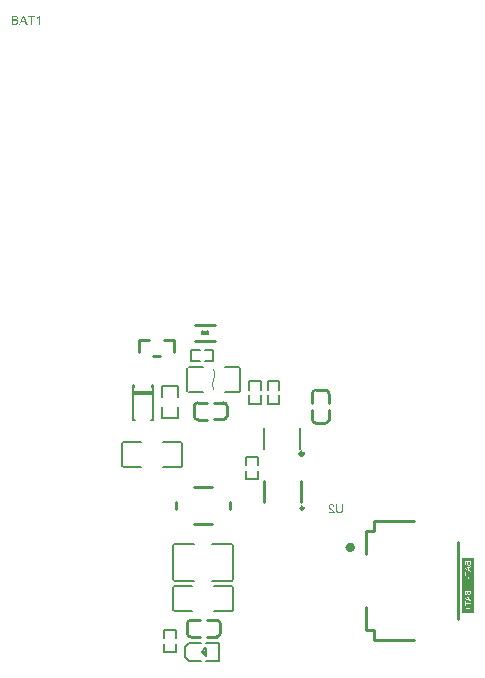
<source format=gbo>
G04*
G04 #@! TF.GenerationSoftware,Altium Limited,Altium Designer,24.2.2 (26)*
G04*
G04 Layer_Color=32896*
%FSLAX44Y44*%
%MOMM*%
G71*
G04*
G04 #@! TF.SameCoordinates,FA43C0E3-4D26-4613-8E19-43AB185FC845*
G04*
G04*
G04 #@! TF.FilePolarity,Positive*
G04*
G01*
G75*
%ADD10C,0.2540*%
%ADD49C,0.4000*%
%ADD50C,0.1524*%
%ADD51C,0.0762*%
%ADD52C,0.3000*%
%ADD53C,0.1520*%
%ADD54C,0.1540*%
%ADD55C,0.1500*%
G36*
X339449Y816055D02*
X338506D01*
Y822060D01*
X338495Y822049D01*
X338439Y822004D01*
X338373Y821938D01*
X338262Y821860D01*
X338139Y821760D01*
X337984Y821649D01*
X337807Y821527D01*
X337607Y821405D01*
X337596D01*
X337584Y821394D01*
X337518Y821349D01*
X337407Y821294D01*
X337274Y821227D01*
X337118Y821150D01*
X336952Y821072D01*
X336785Y820994D01*
X336619Y820928D01*
Y821838D01*
X336630D01*
X336652Y821860D01*
X336697Y821871D01*
X336752Y821904D01*
X336819Y821938D01*
X336896Y821982D01*
X337085Y822093D01*
X337307Y822215D01*
X337529Y822371D01*
X337762Y822548D01*
X337995Y822737D01*
X338006Y822748D01*
X338017Y822759D01*
X338051Y822792D01*
X338095Y822826D01*
X338195Y822937D01*
X338328Y823070D01*
X338461Y823225D01*
X338606Y823403D01*
X338728Y823580D01*
X338839Y823769D01*
X339449D01*
Y816055D01*
D02*
G37*
G36*
X335231Y822826D02*
X332701D01*
Y816055D01*
X331679D01*
Y822826D01*
X329149D01*
Y823736D01*
X335231D01*
Y822826D01*
D02*
G37*
G36*
X328904Y816055D02*
X327750D01*
X326851Y818386D01*
X323632D01*
X322800Y816055D01*
X321723D01*
X324653Y823736D01*
X325763D01*
X328904Y816055D01*
D02*
G37*
G36*
X318460Y823725D02*
X318548D01*
X318748Y823703D01*
X318970Y823680D01*
X319203Y823636D01*
X319436Y823580D01*
X319647Y823503D01*
X319658D01*
X319669Y823492D01*
X319736Y823458D01*
X319836Y823403D01*
X319947Y823325D01*
X320080Y823225D01*
X320224Y823103D01*
X320358Y822948D01*
X320480Y822781D01*
X320491Y822759D01*
X320524Y822692D01*
X320580Y822604D01*
X320635Y822470D01*
X320691Y822315D01*
X320746Y822149D01*
X320779Y821960D01*
X320790Y821771D01*
Y821749D01*
Y821693D01*
X320779Y821594D01*
X320757Y821471D01*
X320724Y821327D01*
X320668Y821172D01*
X320602Y821016D01*
X320513Y820850D01*
X320502Y820828D01*
X320469Y820783D01*
X320402Y820695D01*
X320313Y820606D01*
X320202Y820495D01*
X320069Y820373D01*
X319902Y820262D01*
X319714Y820151D01*
X319725D01*
X319747Y820140D01*
X319780Y820128D01*
X319825Y820106D01*
X319958Y820062D01*
X320113Y819984D01*
X320280Y819884D01*
X320469Y819762D01*
X320635Y819618D01*
X320790Y819440D01*
X320802Y819418D01*
X320846Y819352D01*
X320913Y819252D01*
X320979Y819118D01*
X321046Y818941D01*
X321112Y818752D01*
X321157Y818530D01*
X321168Y818286D01*
Y818275D01*
Y818264D01*
Y818197D01*
X321157Y818086D01*
X321135Y817953D01*
X321112Y817797D01*
X321068Y817631D01*
X321012Y817453D01*
X320935Y817276D01*
X320924Y817254D01*
X320890Y817198D01*
X320846Y817120D01*
X320779Y817009D01*
X320691Y816898D01*
X320602Y816776D01*
X320491Y816654D01*
X320369Y816554D01*
X320358Y816543D01*
X320313Y816510D01*
X320235Y816466D01*
X320136Y816421D01*
X320014Y816355D01*
X319869Y816288D01*
X319714Y816232D01*
X319525Y816177D01*
X319503D01*
X319436Y816155D01*
X319325Y816144D01*
X319181Y816121D01*
X319004Y816099D01*
X318793Y816077D01*
X318559Y816066D01*
X318293Y816055D01*
X315363D01*
Y823736D01*
X318382D01*
X318460Y823725D01*
D02*
G37*
G36*
X706628Y317877D02*
X696679D01*
Y364236D01*
X706628D01*
Y317877D01*
D02*
G37*
G36*
X586448Y410293D02*
X586637Y410282D01*
X586814Y410249D01*
X586981Y410216D01*
X587136Y410171D01*
X587280Y410127D01*
X587414Y410071D01*
X587536Y410016D01*
X587647Y409960D01*
X587735Y409905D01*
X587813Y409860D01*
X587880Y409816D01*
X587935Y409783D01*
X587968Y409749D01*
X587991Y409738D01*
X588002Y409727D01*
X588113Y409616D01*
X588213Y409494D01*
X588313Y409361D01*
X588390Y409228D01*
X588523Y408961D01*
X588612Y408695D01*
X588646Y408573D01*
X588679Y408451D01*
X588701Y408351D01*
X588723Y408262D01*
X588734Y408184D01*
Y408129D01*
X588745Y408096D01*
Y408084D01*
X587780Y407985D01*
X587758Y408240D01*
X587713Y408462D01*
X587647Y408662D01*
X587569Y408817D01*
X587502Y408950D01*
X587436Y409039D01*
X587391Y409095D01*
X587369Y409117D01*
X587203Y409250D01*
X587025Y409350D01*
X586836Y409427D01*
X586670Y409472D01*
X586515Y409505D01*
X586381Y409516D01*
X586337Y409527D01*
X586270D01*
X586037Y409516D01*
X585826Y409472D01*
X585649Y409405D01*
X585493Y409339D01*
X585371Y409261D01*
X585294Y409206D01*
X585238Y409161D01*
X585216Y409139D01*
X585083Y408983D01*
X584983Y408828D01*
X584905Y408673D01*
X584861Y408517D01*
X584827Y408395D01*
X584816Y408284D01*
X584805Y408218D01*
Y408206D01*
Y408195D01*
X584827Y407996D01*
X584872Y407785D01*
X584949Y407596D01*
X585027Y407418D01*
X585116Y407274D01*
X585194Y407152D01*
X585216Y407108D01*
X585238Y407074D01*
X585260Y407063D01*
Y407052D01*
X585349Y406930D01*
X585460Y406808D01*
X585582Y406675D01*
X585715Y406541D01*
X585993Y406275D01*
X586270Y406009D01*
X586415Y405887D01*
X586537Y405776D01*
X586659Y405676D01*
X586759Y405587D01*
X586836Y405520D01*
X586903Y405465D01*
X586947Y405432D01*
X586959Y405420D01*
X587236Y405187D01*
X587491Y404965D01*
X587702Y404766D01*
X587869Y404599D01*
X588013Y404455D01*
X588113Y404355D01*
X588168Y404288D01*
X588190Y404277D01*
Y404266D01*
X588346Y404077D01*
X588468Y403900D01*
X588579Y403722D01*
X588668Y403567D01*
X588734Y403434D01*
X588779Y403334D01*
X588801Y403267D01*
X588812Y403256D01*
Y403245D01*
X588857Y403123D01*
X588879Y403012D01*
X588901Y402901D01*
X588912Y402801D01*
X588923Y402712D01*
Y402645D01*
Y402601D01*
Y402590D01*
X583828D01*
Y403500D01*
X587613D01*
X587480Y403689D01*
X587414Y403767D01*
X587358Y403844D01*
X587303Y403911D01*
X587258Y403955D01*
X587225Y403989D01*
X587214Y404000D01*
X587158Y404055D01*
X587092Y404111D01*
X586936Y404255D01*
X586759Y404422D01*
X586570Y404588D01*
X586392Y404732D01*
X586315Y404799D01*
X586248Y404865D01*
X586193Y404910D01*
X586148Y404943D01*
X586126Y404965D01*
X586115Y404977D01*
X585937Y405132D01*
X585760Y405276D01*
X585604Y405420D01*
X585460Y405542D01*
X585327Y405665D01*
X585216Y405776D01*
X585105Y405876D01*
X585016Y405964D01*
X584927Y406053D01*
X584861Y406120D01*
X584805Y406175D01*
X584750Y406231D01*
X584694Y406297D01*
X584672Y406320D01*
X584516Y406508D01*
X584383Y406675D01*
X584272Y406841D01*
X584184Y406974D01*
X584117Y407096D01*
X584072Y407185D01*
X584050Y407241D01*
X584039Y407263D01*
X583973Y407430D01*
X583928Y407596D01*
X583884Y407751D01*
X583862Y407885D01*
X583851Y408007D01*
X583839Y408096D01*
Y408151D01*
Y408173D01*
X583851Y408340D01*
X583873Y408495D01*
X583895Y408651D01*
X583939Y408784D01*
X584050Y409050D01*
X584161Y409261D01*
X584228Y409361D01*
X584283Y409439D01*
X584339Y409516D01*
X584394Y409572D01*
X584439Y409616D01*
X584461Y409661D01*
X584483Y409672D01*
X584494Y409683D01*
X584616Y409794D01*
X584750Y409894D01*
X584894Y409971D01*
X585038Y410038D01*
X585327Y410149D01*
X585615Y410227D01*
X585737Y410249D01*
X585860Y410271D01*
X585971Y410282D01*
X586059Y410293D01*
X586137Y410304D01*
X586248D01*
X586448Y410293D01*
D02*
G37*
G36*
X596138Y405831D02*
Y405609D01*
X596127Y405398D01*
X596116Y405199D01*
X596094Y405010D01*
X596071Y404843D01*
X596049Y404688D01*
X596016Y404544D01*
X595994Y404410D01*
X595971Y404288D01*
X595938Y404188D01*
X595916Y404100D01*
X595894Y404033D01*
X595872Y403978D01*
X595860Y403933D01*
X595849Y403911D01*
Y403900D01*
X595727Y403656D01*
X595572Y403434D01*
X595416Y403256D01*
X595250Y403101D01*
X595106Y402979D01*
X594984Y402890D01*
X594939Y402868D01*
X594906Y402845D01*
X594884Y402823D01*
X594873D01*
X594595Y402701D01*
X594306Y402612D01*
X594007Y402546D01*
X593729Y402501D01*
X593607Y402490D01*
X593485Y402479D01*
X593374Y402468D01*
X593285D01*
X593208Y402457D01*
X593108D01*
X592708Y402479D01*
X592531Y402501D01*
X592364Y402523D01*
X592198Y402557D01*
X592053Y402590D01*
X591920Y402623D01*
X591798Y402668D01*
X591687Y402712D01*
X591598Y402745D01*
X591509Y402779D01*
X591443Y402812D01*
X591387Y402845D01*
X591354Y402856D01*
X591332Y402879D01*
X591321D01*
X591077Y403045D01*
X590877Y403234D01*
X590721Y403411D01*
X590588Y403589D01*
X590488Y403744D01*
X590422Y403867D01*
X590399Y403911D01*
X590377Y403944D01*
X590366Y403966D01*
Y403978D01*
X590322Y404111D01*
X590277Y404255D01*
X590211Y404555D01*
X590166Y404865D01*
X590133Y405165D01*
X590122Y405298D01*
X590111Y405432D01*
Y405542D01*
X590100Y405642D01*
Y405720D01*
Y405776D01*
Y405820D01*
Y405831D01*
Y410271D01*
X591121D01*
Y405831D01*
Y405576D01*
X591143Y405332D01*
X591165Y405121D01*
X591199Y404921D01*
X591232Y404743D01*
X591276Y404577D01*
X591310Y404433D01*
X591354Y404310D01*
X591398Y404211D01*
X591443Y404111D01*
X591487Y404044D01*
X591521Y403978D01*
X591554Y403933D01*
X591576Y403900D01*
X591587Y403889D01*
X591598Y403878D01*
X591698Y403789D01*
X591809Y403711D01*
X592053Y403589D01*
X592309Y403500D01*
X592575Y403445D01*
X592819Y403400D01*
X592919Y403389D01*
X593019D01*
X593086Y403378D01*
X593197D01*
X593430Y403389D01*
X593641Y403423D01*
X593840Y403456D01*
X593996Y403511D01*
X594129Y403556D01*
X594229Y403589D01*
X594284Y403622D01*
X594306Y403633D01*
X594462Y403733D01*
X594595Y403855D01*
X594706Y403978D01*
X594784Y404089D01*
X594850Y404199D01*
X594906Y404277D01*
X594928Y404333D01*
X594939Y404355D01*
X594972Y404455D01*
X594995Y404555D01*
X595039Y404788D01*
X595072Y405032D01*
X595095Y405276D01*
X595106Y405487D01*
Y405587D01*
X595117Y405665D01*
Y405731D01*
Y405787D01*
Y405820D01*
Y405831D01*
Y410271D01*
X596138D01*
Y405831D01*
D02*
G37*
%LPC*%
G36*
X325186Y822937D02*
Y822926D01*
X325175Y822903D01*
Y822859D01*
X325153Y822815D01*
X325142Y822737D01*
X325119Y822659D01*
X325075Y822470D01*
X325019Y822249D01*
X324942Y822004D01*
X324864Y821738D01*
X324764Y821460D01*
X323932Y819218D01*
X326529D01*
X325730Y821327D01*
Y821338D01*
X325719Y821372D01*
X325697Y821427D01*
X325674Y821494D01*
X325641Y821571D01*
X325608Y821671D01*
X325574Y821782D01*
X325530Y821893D01*
X325441Y822149D01*
X325353Y822415D01*
X325264Y822681D01*
X325186Y822937D01*
D02*
G37*
G36*
X318204Y822826D02*
X316384D01*
Y820517D01*
X318271D01*
X318415Y820528D01*
X318571Y820539D01*
X318726Y820550D01*
X318881Y820573D01*
X319004Y820595D01*
X319026Y820606D01*
X319070Y820617D01*
X319137Y820650D01*
X319225Y820695D01*
X319314Y820739D01*
X319414Y820806D01*
X319514Y820894D01*
X319592Y820983D01*
X319603Y820994D01*
X319625Y821028D01*
X319658Y821094D01*
X319692Y821172D01*
X319725Y821261D01*
X319758Y821372D01*
X319780Y821505D01*
X319792Y821649D01*
Y821671D01*
Y821716D01*
X319780Y821782D01*
X319769Y821871D01*
X319747Y821982D01*
X319714Y822093D01*
X319669Y822204D01*
X319603Y822315D01*
X319592Y822326D01*
X319569Y822359D01*
X319525Y822415D01*
X319470Y822470D01*
X319392Y822537D01*
X319303Y822604D01*
X319192Y822670D01*
X319070Y822715D01*
X319059D01*
X319004Y822737D01*
X318926Y822748D01*
X318804Y822770D01*
X318637Y822792D01*
X318449Y822803D01*
X318204Y822826D01*
D02*
G37*
G36*
X318404Y819607D02*
X316384D01*
Y816965D01*
X318571D01*
X318804Y816976D01*
X318904Y816987D01*
X318992Y816998D01*
X319004D01*
X319048Y817009D01*
X319114Y817020D01*
X319192Y817043D01*
X319381Y817109D01*
X319569Y817198D01*
X319581Y817209D01*
X319614Y817231D01*
X319658Y817265D01*
X319714Y817309D01*
X319769Y817376D01*
X319847Y817442D01*
X319902Y817531D01*
X319969Y817631D01*
X319980Y817642D01*
X319991Y817675D01*
X320014Y817742D01*
X320047Y817820D01*
X320080Y817908D01*
X320102Y818019D01*
X320113Y818153D01*
X320125Y818286D01*
Y818308D01*
Y818353D01*
X320113Y818441D01*
X320091Y818541D01*
X320069Y818652D01*
X320025Y818774D01*
X319969Y818896D01*
X319891Y819018D01*
X319880Y819030D01*
X319847Y819074D01*
X319803Y819129D01*
X319736Y819196D01*
X319647Y819274D01*
X319536Y819352D01*
X319414Y819418D01*
X319270Y819474D01*
X319248Y819485D01*
X319203Y819496D01*
X319103Y819518D01*
X318981Y819540D01*
X318826Y819562D01*
X318637Y819585D01*
X318404Y819607D01*
D02*
G37*
G36*
X704088Y361696D02*
X699219D01*
Y359782D01*
X699226Y359733D01*
Y359677D01*
X699240Y359550D01*
X699254Y359409D01*
X699283Y359262D01*
X699318Y359114D01*
X699367Y358980D01*
Y358973D01*
X699374Y358966D01*
X699395Y358924D01*
X699430Y358861D01*
X699480Y358790D01*
X699543Y358706D01*
X699620Y358614D01*
X699719Y358530D01*
X699824Y358452D01*
X699838Y358446D01*
X699881Y358424D01*
X699937Y358389D01*
X700021Y358354D01*
X700120Y358319D01*
X700225Y358284D01*
X700345Y358262D01*
X700465Y358256D01*
X700479D01*
X700514D01*
X700577Y358262D01*
X700655Y358277D01*
X700746Y358298D01*
X700844Y358333D01*
X700943Y358375D01*
X701049Y358431D01*
X701063Y358438D01*
X701091Y358460D01*
X701147Y358502D01*
X701203Y358558D01*
X701274Y358628D01*
X701351Y358713D01*
X701421Y358818D01*
X701492Y358938D01*
Y358931D01*
X701499Y358917D01*
X701506Y358896D01*
X701520Y358868D01*
X701548Y358783D01*
X701597Y358685D01*
X701661Y358579D01*
X701738Y358460D01*
X701830Y358354D01*
X701942Y358256D01*
X701956Y358248D01*
X701998Y358220D01*
X702062Y358178D01*
X702146Y358136D01*
X702259Y358094D01*
X702378Y358051D01*
X702519Y358023D01*
X702674Y358016D01*
X699219D01*
X702730D01*
X702800Y358023D01*
X702885Y358037D01*
X702983Y358051D01*
X703089Y358080D01*
X703202Y358115D01*
X703314Y358164D01*
X703328Y358171D01*
X703363Y358192D01*
X703413Y358220D01*
X703483Y358262D01*
X703553Y358319D01*
X703631Y358375D01*
X703708Y358446D01*
X703771Y358523D01*
X703778Y358530D01*
X703800Y358558D01*
X703828Y358607D01*
X703856Y358671D01*
X703898Y358748D01*
X703940Y358839D01*
X703975Y358938D01*
X704011Y359058D01*
Y359072D01*
X704025Y359114D01*
X704032Y359184D01*
X704046Y359276D01*
X704060Y359388D01*
X704074Y359522D01*
X704081Y359670D01*
X704088Y359838D01*
Y358016D01*
D01*
Y361696D01*
D02*
G37*
G36*
Y357664D02*
D01*
X699219Y355807D01*
Y355103D01*
X704088Y353112D01*
Y353844D01*
X702610Y354414D01*
Y356454D01*
X704088Y356982D01*
Y357664D01*
D02*
G37*
G36*
Y352957D02*
Y351353D01*
X699796D01*
Y352957D01*
X699219D01*
Y349102D01*
X704088D01*
Y352957D01*
D02*
G37*
G36*
X702625Y348750D02*
X702027D01*
Y346900D01*
X702625D01*
Y348750D01*
D02*
G37*
G36*
X704088Y336733D02*
X699219D01*
Y333053D01*
Y334819D01*
X699226Y334770D01*
Y334714D01*
X699240Y334587D01*
X699254Y334446D01*
X699283Y334299D01*
X699318Y334151D01*
X699367Y334017D01*
Y334010D01*
X699374Y334003D01*
X699395Y333961D01*
X699430Y333898D01*
X699480Y333827D01*
X699543Y333743D01*
X699620Y333651D01*
X699719Y333567D01*
X699824Y333489D01*
X699838Y333482D01*
X699881Y333461D01*
X699937Y333426D01*
X700021Y333391D01*
X700120Y333356D01*
X700225Y333321D01*
X700345Y333299D01*
X700465Y333293D01*
X700479D01*
X700514D01*
X700577Y333299D01*
X700655Y333314D01*
X700746Y333335D01*
X700844Y333370D01*
X700943Y333412D01*
X701049Y333468D01*
X701063Y333475D01*
X701091Y333497D01*
X701147Y333539D01*
X701203Y333595D01*
X701274Y333665D01*
X701351Y333750D01*
X701421Y333855D01*
X701492Y333975D01*
Y333968D01*
X701499Y333954D01*
X701506Y333933D01*
X701520Y333905D01*
X701548Y333820D01*
X701597Y333722D01*
X701661Y333616D01*
X701738Y333497D01*
X701830Y333391D01*
X701942Y333293D01*
X701956Y333285D01*
X701998Y333257D01*
X702062Y333215D01*
X702146Y333173D01*
X702259Y333131D01*
X702378Y333088D01*
X702519Y333060D01*
X702674Y333053D01*
X699219D01*
X702730D01*
X702800Y333060D01*
X702885Y333074D01*
X702983Y333088D01*
X703089Y333117D01*
X703202Y333152D01*
X703314Y333201D01*
X703328Y333208D01*
X703363Y333229D01*
X703413Y333257D01*
X703483Y333299D01*
X703553Y333356D01*
X703631Y333412D01*
X703708Y333482D01*
X703771Y333560D01*
X703778Y333567D01*
X703800Y333595D01*
X703828Y333644D01*
X703856Y333708D01*
X703898Y333785D01*
X703940Y333876D01*
X703975Y333975D01*
X704011Y334095D01*
Y334109D01*
X704025Y334151D01*
X704032Y334221D01*
X704046Y334313D01*
X704060Y334425D01*
X704074Y334559D01*
X704081Y334707D01*
X704088Y334875D01*
Y336733D01*
D02*
G37*
G36*
Y332701D02*
D01*
X699219Y330844D01*
Y330140D01*
X704088Y328149D01*
X699219D01*
X704088D01*
Y332701D01*
D02*
G37*
G36*
Y327994D02*
Y326390D01*
X699796D01*
Y327994D01*
X699219D01*
Y324139D01*
X704088D01*
Y327994D01*
D02*
G37*
G36*
X703300Y323625D02*
Y322303D01*
X701963D01*
Y323625D01*
X701407D01*
Y322303D01*
X700085D01*
Y321740D01*
X701407D01*
Y320417D01*
X700085D01*
X703300D01*
Y323625D01*
D02*
G37*
%LPD*%
G36*
X701260Y359853D02*
X701253Y359761D01*
X701245Y359663D01*
X701238Y359564D01*
X701224Y359466D01*
X701210Y359388D01*
X701203Y359374D01*
X701196Y359346D01*
X701175Y359304D01*
X701147Y359248D01*
X701119Y359191D01*
X701077Y359128D01*
X701020Y359065D01*
X700964Y359015D01*
X700957Y359008D01*
X700936Y358994D01*
X700894Y358973D01*
X700844Y358952D01*
X700788Y358931D01*
X700718Y358910D01*
X700633Y358896D01*
X700542Y358889D01*
X700528D01*
X700500D01*
X700458Y358896D01*
X700401Y358903D01*
X700331Y358917D01*
X700260Y358938D01*
X700190Y358966D01*
X700120Y359008D01*
X700113Y359015D01*
X700092Y359029D01*
X700057Y359058D01*
X700021Y359093D01*
X699979Y359142D01*
X699937Y359198D01*
X699895Y359269D01*
X699866Y359346D01*
Y359353D01*
X699852Y359388D01*
X699845Y359437D01*
X699831Y359515D01*
X699817Y359620D01*
X699810Y359740D01*
X699796Y359895D01*
Y361049D01*
X701260D01*
Y359853D01*
D02*
G37*
G36*
X703511Y359663D02*
X703504Y359515D01*
X703497Y359452D01*
X703490Y359395D01*
Y359388D01*
X703483Y359360D01*
X703476Y359318D01*
X703462Y359269D01*
X703420Y359149D01*
X703363Y359029D01*
X703356Y359022D01*
X703342Y359001D01*
X703321Y358973D01*
X703293Y358938D01*
X703251Y358903D01*
X703208Y358853D01*
X703152Y358818D01*
X703089Y358776D01*
X703082Y358769D01*
X703061Y358762D01*
X703019Y358748D01*
X702969Y358727D01*
X702913Y358706D01*
X702843Y358692D01*
X702758Y358685D01*
X702674Y358678D01*
X702660D01*
X702632D01*
X702575Y358685D01*
X702512Y358699D01*
X702442Y358713D01*
X702364Y358741D01*
X702287Y358776D01*
X702209Y358825D01*
X702202Y358832D01*
X702174Y358853D01*
X702139Y358882D01*
X702097Y358924D01*
X702048Y358980D01*
X701998Y359050D01*
X701956Y359128D01*
X701921Y359219D01*
X701914Y359234D01*
X701907Y359262D01*
X701893Y359325D01*
X701879Y359402D01*
X701865Y359501D01*
X701851Y359620D01*
X701836Y359768D01*
Y361049D01*
X703511D01*
Y359663D01*
D02*
G37*
G36*
X702083Y354618D02*
X700746Y355125D01*
X700739D01*
X700718Y355132D01*
X700683Y355146D01*
X700640Y355160D01*
X700591Y355181D01*
X700528Y355202D01*
X700458Y355223D01*
X700387Y355251D01*
X700225Y355308D01*
X700057Y355364D01*
X699888Y355420D01*
X699726Y355469D01*
X699733D01*
X699747Y355476D01*
X699775D01*
X699803Y355490D01*
X699852Y355498D01*
X699902Y355512D01*
X700021Y355540D01*
X700162Y355575D01*
X700317Y355624D01*
X700486Y355673D01*
X700662Y355737D01*
X702083Y356264D01*
Y354618D01*
D02*
G37*
G36*
X704088Y349102D02*
X699796D01*
Y350706D01*
X704088D01*
Y349102D01*
D02*
G37*
G36*
X701260Y334890D02*
X701253Y334798D01*
X701245Y334700D01*
X701238Y334601D01*
X701224Y334503D01*
X701210Y334425D01*
X701203Y334411D01*
X701196Y334383D01*
X701175Y334341D01*
X701147Y334285D01*
X701119Y334228D01*
X701077Y334165D01*
X701020Y334102D01*
X700964Y334052D01*
X700957Y334045D01*
X700936Y334031D01*
X700894Y334010D01*
X700844Y333989D01*
X700788Y333968D01*
X700718Y333947D01*
X700633Y333933D01*
X700542Y333926D01*
X700528D01*
X700500D01*
X700458Y333933D01*
X700401Y333940D01*
X700331Y333954D01*
X700260Y333975D01*
X700190Y334003D01*
X700120Y334045D01*
X700113Y334052D01*
X700092Y334066D01*
X700057Y334095D01*
X700021Y334130D01*
X699979Y334179D01*
X699937Y334235D01*
X699895Y334306D01*
X699866Y334383D01*
Y334390D01*
X699852Y334425D01*
X699845Y334474D01*
X699831Y334552D01*
X699817Y334657D01*
X699810Y334777D01*
X699796Y334932D01*
Y336086D01*
X701260D01*
Y334890D01*
D02*
G37*
G36*
X703511Y334700D02*
X703504Y334552D01*
X703497Y334489D01*
X703490Y334432D01*
Y334425D01*
X703483Y334397D01*
X703476Y334355D01*
X703462Y334306D01*
X703420Y334186D01*
X703363Y334066D01*
X703356Y334059D01*
X703342Y334038D01*
X703321Y334010D01*
X703293Y333975D01*
X703251Y333940D01*
X703208Y333890D01*
X703152Y333855D01*
X703089Y333813D01*
X703082Y333806D01*
X703061Y333799D01*
X703019Y333785D01*
X702969Y333764D01*
X702913Y333743D01*
X702843Y333729D01*
X702758Y333722D01*
X702674Y333715D01*
X702660D01*
X702632D01*
X702575Y333722D01*
X702512Y333736D01*
X702442Y333750D01*
X702364Y333778D01*
X702287Y333813D01*
X702209Y333862D01*
X702202Y333869D01*
X702174Y333890D01*
X702139Y333919D01*
X702097Y333961D01*
X702048Y334017D01*
X701998Y334087D01*
X701956Y334165D01*
X701921Y334256D01*
X701914Y334271D01*
X701907Y334299D01*
X701893Y334362D01*
X701879Y334439D01*
X701865Y334538D01*
X701851Y334657D01*
X701836Y334805D01*
Y336086D01*
X703511D01*
Y334700D01*
D02*
G37*
G36*
X702083Y329655D02*
X700746Y330162D01*
X700739D01*
X700718Y330169D01*
X700683Y330183D01*
X700640Y330197D01*
X700591Y330218D01*
X700528Y330239D01*
X700458Y330260D01*
X700387Y330288D01*
X700225Y330345D01*
X700057Y330401D01*
X699888Y330457D01*
X699726Y330506D01*
X699733D01*
X699747Y330513D01*
X699775D01*
X699803Y330527D01*
X699852Y330534D01*
X699902Y330549D01*
X700021Y330577D01*
X700162Y330612D01*
X700317Y330661D01*
X700486Y330710D01*
X700662Y330774D01*
X702083Y331301D01*
Y329655D01*
D02*
G37*
G36*
X704088Y328881D02*
X702610Y329451D01*
Y331491D01*
X704088Y332019D01*
Y328881D01*
D02*
G37*
G36*
Y324139D02*
X699796D01*
Y325743D01*
X704088D01*
Y324139D01*
D02*
G37*
G36*
X703300Y320417D02*
X701963D01*
Y321740D01*
X703300D01*
Y320417D01*
D02*
G37*
D10*
X492040Y308802D02*
G03*
X488942Y311900I-3098J0D01*
G01*
Y297704D02*
G03*
X492040Y300802I0J3098D01*
G01*
X467183Y311842D02*
G03*
X464085Y308744I0J-3098D01*
G01*
Y300744D02*
G03*
X467183Y297646I3098J0D01*
G01*
X573086Y506660D02*
G03*
X569988Y503562I0J-3098D01*
G01*
X584184D02*
G03*
X581086Y506660I-3098J0D01*
G01*
X570046Y481803D02*
G03*
X573144Y478705I3098J0D01*
G01*
X581144D02*
G03*
X584242Y481803I0J3098D01*
G01*
X497770Y492952D02*
G03*
X494672Y496050I-3098J0D01*
G01*
Y481854D02*
G03*
X497770Y484952I0J3098D01*
G01*
X472913Y495992D02*
G03*
X469815Y492894I0J-3098D01*
G01*
Y484894D02*
G03*
X472913Y481796I3098J0D01*
G01*
X562610Y406654D02*
G03*
X562610Y406654I-1270J0D01*
G01*
X622470Y294766D02*
X656366D01*
X622470D02*
Y303656D01*
X615650D02*
X622470D01*
X615650D02*
Y323184D01*
X693650Y312994D02*
Y377990D01*
X615649Y367807D02*
Y387335D01*
X622470D01*
Y396225D01*
X656367D01*
X500520Y405753D02*
Y412127D01*
X454520Y405753D02*
Y412127D01*
X469831Y392940D02*
X485209D01*
X469831Y424940D02*
X485209D01*
X470341Y548142D02*
X487341D01*
X470341Y562142D02*
X487341D01*
X467183Y311842D02*
X475183D01*
X464085Y300744D02*
Y308744D01*
X467183Y297646D02*
X475183D01*
X480942Y311900D02*
X488942D01*
X480942Y297704D02*
X488942D01*
X492040Y300802D02*
Y308803D01*
X570046Y481804D02*
Y489804D01*
X573144Y478705D02*
X581144D01*
X584242Y481804D02*
Y489804D01*
X569988Y495563D02*
Y503562D01*
X584184Y495563D02*
Y503562D01*
X573086Y506660D02*
X581086D01*
X472914Y495992D02*
X480914D01*
X469815Y484894D02*
Y492894D01*
X472914Y481796D02*
X480914D01*
X486673Y496050D02*
X494672D01*
X486673Y481854D02*
X494672D01*
X497770Y484952D02*
Y492952D01*
X560331Y411624D02*
Y429624D01*
X529331Y411624D02*
Y429624D01*
X423150Y549290D02*
X431790D01*
X423150Y539290D02*
Y549290D01*
X435010Y535290D02*
X441290D01*
X444510Y549290D02*
X453150D01*
Y539290D02*
Y549290D01*
D49*
X604149Y373433D02*
G03*
X604149Y373433I-1999J0D01*
G01*
D50*
X459976Y461522D02*
G03*
X458452Y463046I-1524J0D01*
G01*
Y441194D02*
G03*
X459976Y442718I0J1524D01*
G01*
X410228Y463046D02*
G03*
X408704Y461522I0J-1524D01*
G01*
Y442718D02*
G03*
X410228Y441194I1524J0D01*
G01*
X451884Y320798D02*
G03*
X453408Y319274I1524J0D01*
G01*
Y341126D02*
G03*
X451884Y339602I0J-1524D01*
G01*
X501632Y319274D02*
G03*
X503156Y320798I0J1524D01*
G01*
Y339602D02*
G03*
X501632Y341126I-1524J0D01*
G01*
X451884Y346418D02*
G03*
X453408Y344894I1524J0D01*
G01*
Y376466D02*
G03*
X451884Y374942I0J-1524D01*
G01*
X501632Y344894D02*
G03*
X503156Y346418I0J1524D01*
G01*
Y374942D02*
G03*
X501632Y376466I-1524J0D01*
G01*
X418058Y505000D02*
X435382D01*
X418058Y481238D02*
Y509362D01*
Y481238D02*
X419738D01*
X435382D02*
Y509362D01*
X433702Y481238D02*
X435382D01*
X467326Y540926D02*
X474506D01*
X467326Y530954D02*
Y540926D01*
Y530954D02*
X474506D01*
X479030Y540926D02*
X486211D01*
Y530954D02*
Y540926D01*
X479030Y530954D02*
X486211D01*
X459976Y442718D02*
Y461522D01*
X443602Y441194D02*
X458452D01*
X443602Y463046D02*
X458452D01*
X408704Y442718D02*
Y461522D01*
X410228Y441194D02*
X425078D01*
X410228Y463046D02*
X425078D01*
X451884Y320798D02*
Y339602D01*
X453408Y341126D02*
X468258D01*
X453408Y319274D02*
X468258D01*
X503156Y320798D02*
Y339602D01*
X486782Y341126D02*
X501632D01*
X486782Y319274D02*
X501632D01*
X532224Y495266D02*
Y502446D01*
Y495266D02*
X542196D01*
Y502446D01*
X532224Y506970D02*
Y514151D01*
X542196D01*
Y506970D02*
Y514151D01*
X516730Y495266D02*
Y502446D01*
Y495266D02*
X526702D01*
Y502446D01*
X516730Y506970D02*
Y514151D01*
X526702D01*
Y506970D02*
Y514151D01*
X444340Y284944D02*
Y292124D01*
Y284944D02*
X454312D01*
Y292124D01*
X444340Y296648D02*
Y303828D01*
X454312D01*
Y296648D02*
Y303828D01*
X451884Y346418D02*
Y374942D01*
X453408Y376466D02*
X469758D01*
X453408Y344894D02*
X469758D01*
X485282Y376466D02*
X501632D01*
X485282Y344894D02*
X501632D01*
X503156Y346418D02*
Y374942D01*
X442974Y500832D02*
Y510421D01*
X456186D01*
Y500832D02*
Y510421D01*
X442974Y482719D02*
Y492308D01*
Y482719D02*
X456186D01*
Y492308D01*
X465247Y504694D02*
X477148D01*
X495672D02*
X507573D01*
X463723Y506218D02*
Y525022D01*
X509097Y506218D02*
Y525022D01*
X465247Y526546D02*
X477148D01*
X495672D02*
X507573D01*
X513936Y431248D02*
Y438428D01*
Y431248D02*
X523908D01*
Y438428D01*
X513936Y442952D02*
Y450132D01*
X523908D01*
Y442952D02*
Y450132D01*
X528898Y456918D02*
Y474702D01*
X559682Y456918D02*
Y474702D01*
D51*
X486410Y515620D02*
G03*
X486410Y507170I7318J-4225D01*
G01*
Y515620D02*
G03*
X486410Y524070I-7318J4225D01*
G01*
D52*
X562473Y452795D02*
G03*
X562473Y452795I-1501J0D01*
G01*
D53*
X434271Y509362D02*
Y511100D01*
X419169Y509362D02*
Y511100D01*
X418058D02*
X419169D01*
X418058Y509362D02*
Y511100D01*
X435382Y509362D02*
Y511100D01*
X434271D02*
X435382D01*
X434271Y509362D02*
X435382D01*
X418058D02*
X419169D01*
X418058Y503571D02*
X435382D01*
D54*
X478850Y553867D02*
Y556407D01*
X477580Y555137D02*
X478880D01*
X481390Y553867D01*
Y556407D01*
X478872Y555167D02*
X481390Y556407D01*
X478819Y555137D02*
X480120D01*
X476310Y556407D02*
X478819Y555137D01*
X476310Y553867D02*
Y556407D01*
Y553867D02*
X478827Y555106D01*
D55*
X476193Y284889D02*
X479593D01*
X465492Y277411D02*
X475993D01*
X462492Y280411D02*
X465492Y277411D01*
X462492Y280411D02*
Y281412D01*
Y288412D01*
Y289412D02*
X465492Y292413D01*
X462492Y288412D02*
Y289412D01*
X465492Y292413D02*
X475993D01*
X491294Y277389D02*
Y292189D01*
X479793Y292390D02*
X491294D01*
X479793Y277389D02*
X491294D01*
X479593Y281389D02*
Y288189D01*
X476193Y284889D02*
X479593Y281489D01*
Y281389D02*
Y281489D01*
X476193Y284889D02*
X479494Y288189D01*
X479593D01*
M02*

</source>
